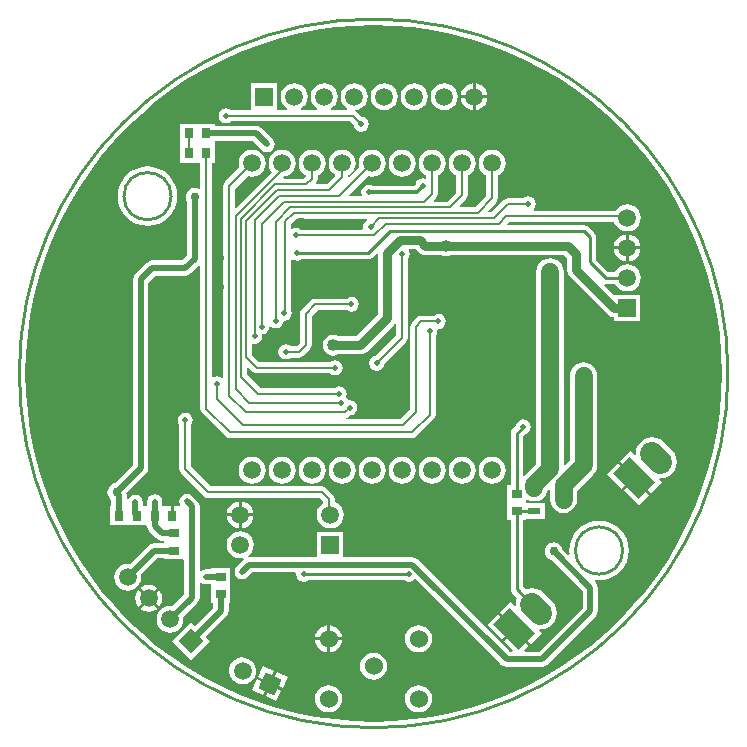
<source format=gbl>
%FSLAX25Y25*%
%MOIN*%
G70*
G01*
G75*
G04 Layer_Physical_Order=2*
G04 Layer_Color=16711680*
%ADD10R,0.03937X0.02362*%
%ADD11R,0.03347X0.02756*%
%ADD12R,0.02362X0.03937*%
%ADD13R,0.07874X0.07874*%
%ADD14R,0.02756X0.03347*%
%ADD15O,0.02500X0.05500*%
%ADD16R,0.02500X0.05500*%
%ADD17O,0.03543X0.01969*%
%ADD18R,0.03543X0.01969*%
%ADD19O,0.03543X0.01969*%
%ADD20R,0.04724X0.01969*%
%ADD21O,0.00984X0.04724*%
%ADD22O,0.04724X0.00984*%
%ADD23O,0.04724X0.01772*%
%ADD24O,0.01772X0.04724*%
%ADD25R,0.04724X0.01772*%
%ADD26C,0.06000*%
%ADD27C,0.01000*%
%ADD28C,0.00800*%
%ADD29C,0.05000*%
%ADD30C,0.03000*%
%ADD31C,0.01500*%
%ADD32C,0.02000*%
%ADD33C,0.01200*%
%ADD34C,0.05906*%
%ADD35R,0.05906X0.05906*%
%ADD36P,0.08352X4X200.0*%
%ADD37C,0.06000*%
G04:AMPARAMS|DCode=38|XSize=78.74mil|YSize=118.11mil|CornerRadius=0mil|HoleSize=0mil|Usage=FLASHONLY|Rotation=45.000|XOffset=0mil|YOffset=0mil|HoleType=Round|Shape=Rectangle|*
%AMROTATEDRECTD38*
4,1,4,0.01392,-0.06960,-0.06960,0.01392,-0.01392,0.06960,0.06960,-0.01392,0.01392,-0.06960,0.0*
%
%ADD38ROTATEDRECTD38*%

G04:AMPARAMS|DCode=39|XSize=78.74mil|YSize=118.11mil|CornerRadius=0mil|HoleSize=0mil|Usage=FLASHONLY|Rotation=45.000|XOffset=0mil|YOffset=0mil|HoleType=Round|Shape=Round|*
%AMOVALD39*
21,1,0.03937,0.07874,0.00000,0.00000,135.0*
1,1,0.07874,0.01392,-0.01392*
1,1,0.07874,-0.01392,0.01392*
%
%ADD39OVALD39*%

%ADD40R,0.05906X0.05906*%
%ADD41P,0.08352X4X180.0*%
%ADD42C,0.05000*%
%ADD43C,0.02000*%
%ADD44C,0.04000*%
%ADD45C,0.03000*%
G36*
X6510Y115923D02*
X13000Y115376D01*
X19448Y114465D01*
X25836Y113195D01*
X32142Y111568D01*
X38347Y109590D01*
X44432Y107268D01*
X50376Y104608D01*
X56163Y101619D01*
X61772Y98310D01*
X67187Y94691D01*
X72391Y90775D01*
X77367Y86573D01*
X82099Y82099D01*
X86573Y77367D01*
X90775Y72391D01*
X94691Y67187D01*
X98310Y61772D01*
X101619Y56163D01*
X104608Y50376D01*
X107268Y44432D01*
X109590Y38347D01*
X111568Y32142D01*
X113195Y25836D01*
X114465Y19448D01*
X115376Y13000D01*
X115923Y6510D01*
X116106Y0D01*
X115923Y-6510D01*
X115376Y-13000D01*
X114465Y-19448D01*
X113195Y-25836D01*
X111568Y-32142D01*
X109590Y-38347D01*
X107268Y-44432D01*
X104608Y-50376D01*
X101619Y-56163D01*
X98310Y-61772D01*
X94691Y-67187D01*
X90775Y-72391D01*
X86573Y-77367D01*
X82099Y-82099D01*
X77367Y-86573D01*
X72391Y-90775D01*
X67187Y-94691D01*
X61772Y-98310D01*
X56163Y-101619D01*
X50376Y-104608D01*
X44432Y-107268D01*
X38347Y-109590D01*
X32142Y-111568D01*
X25836Y-113195D01*
X19448Y-114465D01*
X13000Y-115376D01*
X6510Y-115923D01*
X0Y-116106D01*
X-6510Y-115923D01*
X-13000Y-115376D01*
X-19448Y-114465D01*
X-25836Y-113195D01*
X-32142Y-111568D01*
X-38347Y-109590D01*
X-44432Y-107268D01*
X-50376Y-104608D01*
X-56163Y-101619D01*
X-61772Y-98310D01*
X-67187Y-94691D01*
X-72391Y-90775D01*
X-77367Y-86573D01*
X-82099Y-82099D01*
X-86573Y-77367D01*
X-90775Y-72391D01*
X-94691Y-67187D01*
X-98310Y-61772D01*
X-101619Y-56163D01*
X-104608Y-50376D01*
X-107268Y-44432D01*
X-109590Y-38347D01*
X-111568Y-32142D01*
X-113195Y-25836D01*
X-114465Y-19448D01*
X-115376Y-13000D01*
X-115923Y-6510D01*
X-116106Y0D01*
X-115923Y6510D01*
X-115376Y13000D01*
X-114465Y19448D01*
X-113195Y25836D01*
X-111568Y32142D01*
X-109590Y38347D01*
X-107268Y44432D01*
X-104608Y50376D01*
X-101619Y56163D01*
X-98310Y61772D01*
X-94691Y67187D01*
X-90775Y72391D01*
X-86573Y77367D01*
X-82099Y82099D01*
X-77367Y86573D01*
X-72391Y90775D01*
X-67187Y94691D01*
X-61772Y98310D01*
X-56163Y101619D01*
X-50376Y104608D01*
X-44432Y107268D01*
X-38347Y109590D01*
X-32142Y111568D01*
X-25836Y113195D01*
X-19448Y114465D01*
X-13000Y115376D01*
X-6510Y115923D01*
X0Y116106D01*
X6510Y115923D01*
D02*
G37*
%LPC*%
G36*
X-71459Y-72182D02*
X-74235Y-74958D01*
X-71459Y-77733D01*
X-71053Y-77203D01*
X-70604Y-76120D01*
X-70451Y-74958D01*
X-70604Y-73795D01*
X-71053Y-72712D01*
X-71459Y-72182D01*
D02*
G37*
G36*
X-74942Y-70467D02*
X-76104Y-70620D01*
X-77188Y-71068D01*
X-77718Y-71475D01*
X-74942Y-74251D01*
X-72167Y-71475D01*
X-72697Y-71068D01*
X-73780Y-70620D01*
X-74942Y-70467D01*
D02*
G37*
G36*
X75126Y-49133D02*
X73190Y-49324D01*
X71329Y-49889D01*
X69614Y-50805D01*
X68110Y-52039D01*
X66876Y-53543D01*
X65959Y-55258D01*
X65395Y-57120D01*
X65204Y-59055D01*
X65333Y-60362D01*
X64881Y-60576D01*
X62945Y-58640D01*
X62929Y-58523D01*
X62627Y-57794D01*
X62146Y-57167D01*
X61520Y-56686D01*
X60790Y-56384D01*
X60007Y-56281D01*
X59224Y-56384D01*
X58494Y-56686D01*
X57867Y-57167D01*
X57386Y-57794D01*
X57084Y-58523D01*
X56981Y-59307D01*
X57084Y-60090D01*
X57386Y-60820D01*
X57867Y-61446D01*
X58494Y-61927D01*
X59224Y-62229D01*
X59340Y-62245D01*
X69651Y-72556D01*
Y-78144D01*
X55022Y-92773D01*
X50453D01*
X50262Y-92311D01*
X51783Y-90790D01*
X46900Y-85907D01*
X43409Y-89398D01*
X46322Y-92311D01*
X46131Y-92773D01*
X45420D01*
X14645Y-61998D01*
X13818Y-61445D01*
X12843Y-61251D01*
X-10047D01*
Y-52747D01*
X-18953D01*
Y-61251D01*
X-41500D01*
X-41723Y-61295D01*
X-41929Y-60840D01*
X-41324Y-60376D01*
X-40611Y-59446D01*
X-40162Y-58362D01*
X-40009Y-57200D01*
X-40162Y-56038D01*
X-40611Y-54954D01*
X-41324Y-54024D01*
X-42254Y-53311D01*
X-43338Y-52862D01*
X-44500Y-52709D01*
X-45662Y-52862D01*
X-46746Y-53311D01*
X-47676Y-54024D01*
X-48390Y-54954D01*
X-48838Y-56038D01*
X-48991Y-57200D01*
X-48838Y-58362D01*
X-48390Y-59446D01*
X-47676Y-60376D01*
X-46746Y-61089D01*
X-45662Y-61538D01*
X-44500Y-61691D01*
X-43587Y-61571D01*
X-43391Y-61865D01*
X-43318Y-62013D01*
X-45602Y-64298D01*
X-46155Y-65124D01*
X-46349Y-66100D01*
X-46155Y-67076D01*
X-45602Y-67902D01*
X-44776Y-68455D01*
X-43800Y-68649D01*
X-42825Y-68455D01*
X-41998Y-67902D01*
X-40444Y-66349D01*
X-26075D01*
X-25758Y-66736D01*
X-25801Y-66948D01*
X-25607Y-67924D01*
X-25054Y-68751D01*
X-24227Y-69303D01*
X-23252Y-69497D01*
X-22276Y-69303D01*
X-21731Y-68939D01*
X10252D01*
X10725Y-69255D01*
X11700Y-69449D01*
X12675Y-69255D01*
X13502Y-68702D01*
X13539Y-68648D01*
X14037Y-68599D01*
X42562Y-97124D01*
X43389Y-97677D01*
X44365Y-97871D01*
X56078D01*
X57054Y-97677D01*
X57880Y-97124D01*
X57880Y-97124D01*
X57880Y-97124D01*
X74002Y-81002D01*
X74555Y-80176D01*
X74749Y-79200D01*
X74749Y-79200D01*
X74749Y-79200D01*
Y-79200D01*
Y-71500D01*
X74555Y-70525D01*
X74002Y-69698D01*
X73605Y-69300D01*
X73819Y-68848D01*
X75126Y-68977D01*
X77062Y-68786D01*
X78923Y-68222D01*
X80638Y-67305D01*
X82142Y-66071D01*
X83376Y-64567D01*
X84293Y-62852D01*
X84857Y-60991D01*
X85048Y-59055D01*
X84857Y-57120D01*
X84293Y-55258D01*
X83376Y-53543D01*
X82142Y-52039D01*
X80638Y-50805D01*
X78923Y-49889D01*
X77062Y-49324D01*
X75126Y-49133D01*
D02*
G37*
G36*
X-14500Y-84027D02*
Y-88000D01*
X-10527D01*
X-10616Y-87325D01*
X-11069Y-86231D01*
X-11791Y-85291D01*
X-12731Y-84569D01*
X-13825Y-84116D01*
X-14500Y-84027D01*
D02*
G37*
G36*
X-74942Y-75665D02*
X-77718Y-78441D01*
X-77188Y-78847D01*
X-76104Y-79296D01*
X-74942Y-79449D01*
X-73780Y-79296D01*
X-72697Y-78847D01*
X-72167Y-78441D01*
X-74942Y-75665D01*
D02*
G37*
G36*
X-78425Y-72182D02*
X-78832Y-72712D01*
X-79280Y-73795D01*
X-79433Y-74958D01*
X-79280Y-76120D01*
X-78832Y-77203D01*
X-78425Y-77733D01*
X-75649Y-74958D01*
X-78425Y-72182D01*
D02*
G37*
G36*
X-62800Y-13151D02*
X-63775Y-13345D01*
X-64602Y-13898D01*
X-65155Y-14725D01*
X-65349Y-15700D01*
X-65155Y-16676D01*
X-64737Y-17301D01*
Y-31900D01*
X-64737Y-31900D01*
X-64737D01*
X-64590Y-32641D01*
X-64170Y-33270D01*
X-56470Y-40970D01*
X-56470D01*
X-56470Y-40970D01*
X-56470Y-40970D01*
Y-40970D01*
X-55841Y-41390D01*
X-55100Y-41537D01*
X-18002D01*
X-16790Y-42750D01*
Y-43345D01*
X-17676Y-44024D01*
X-18390Y-44954D01*
X-18838Y-46038D01*
X-18991Y-47200D01*
X-18838Y-48362D01*
X-18390Y-49446D01*
X-17676Y-50376D01*
X-16746Y-51090D01*
X-15662Y-51538D01*
X-14500Y-51691D01*
X-13338Y-51538D01*
X-12254Y-51090D01*
X-11324Y-50376D01*
X-10610Y-49446D01*
X-10162Y-48362D01*
X-10009Y-47200D01*
X-10162Y-46038D01*
X-10610Y-44954D01*
X-11324Y-44024D01*
X-12254Y-43310D01*
X-12916Y-43037D01*
Y-41947D01*
X-13063Y-41206D01*
X-13483Y-40577D01*
X-15830Y-38230D01*
X-16459Y-37810D01*
X-17200Y-37663D01*
X-54298D01*
X-60863Y-31098D01*
Y-17301D01*
X-60445Y-16676D01*
X-60251Y-15700D01*
X-60445Y-14725D01*
X-60998Y-13898D01*
X-61825Y-13345D01*
X-62800Y-13151D01*
D02*
G37*
G36*
X-44000Y-42775D02*
Y-46700D01*
X-40075D01*
X-40162Y-46038D01*
X-40611Y-44954D01*
X-41324Y-44024D01*
X-42254Y-43310D01*
X-43338Y-42862D01*
X-44000Y-42775D01*
D02*
G37*
G36*
X86900Y-35607D02*
X83409Y-39098D01*
X88292Y-43981D01*
X91783Y-40490D01*
X86900Y-35607D01*
D02*
G37*
G36*
X81310Y-30017D02*
X77819Y-33508D01*
X82702Y-38391D01*
X86193Y-34900D01*
X81310Y-30017D01*
D02*
G37*
G36*
X-45000Y-47700D02*
X-48925D01*
X-48838Y-48362D01*
X-48390Y-49446D01*
X-47676Y-50376D01*
X-46746Y-51090D01*
X-45662Y-51538D01*
X-45000Y-51625D01*
Y-47700D01*
D02*
G37*
G36*
X-40075D02*
X-44000D01*
Y-51625D01*
X-43338Y-51538D01*
X-42254Y-51090D01*
X-41324Y-50376D01*
X-40611Y-49446D01*
X-40162Y-48362D01*
X-40075Y-47700D01*
D02*
G37*
G36*
X-45000Y-42775D02*
X-45662Y-42862D01*
X-46746Y-43310D01*
X-47676Y-44024D01*
X-48390Y-44954D01*
X-48838Y-46038D01*
X-48925Y-46700D01*
X-45000D01*
Y-42775D01*
D02*
G37*
G36*
X-38847Y-101971D02*
X-40517Y-105554D01*
X-36935Y-107224D01*
X-35265Y-103642D01*
X-38847Y-101971D01*
D02*
G37*
G36*
X-32265Y-99576D02*
X-33935Y-103158D01*
X-30353Y-104829D01*
X-28683Y-101246D01*
X-32265Y-99576D01*
D02*
G37*
G36*
X-44054Y-94700D02*
X-45199Y-94954D01*
X-46239Y-95495D01*
X-47104Y-96287D01*
X-47733Y-97276D01*
X-48086Y-98394D01*
X-48137Y-99565D01*
X-47883Y-100710D01*
X-47342Y-101750D01*
X-46550Y-102614D01*
X-45561Y-103244D01*
X-44443Y-103597D01*
X-43272Y-103648D01*
X-42127Y-103394D01*
X-41087Y-102853D01*
X-40223Y-102061D01*
X-39593Y-101072D01*
X-39240Y-99954D01*
X-39189Y-98782D01*
X-39443Y-97638D01*
X-39984Y-96598D01*
X-40776Y-95733D01*
X-41765Y-95103D01*
X-42883Y-94751D01*
X-44054Y-94700D01*
D02*
G37*
G36*
X-15000Y-103961D02*
X-16175Y-104116D01*
X-17269Y-104569D01*
X-18209Y-105291D01*
X-18931Y-106231D01*
X-19384Y-107325D01*
X-19539Y-108500D01*
X-19384Y-109675D01*
X-18931Y-110769D01*
X-18209Y-111709D01*
X-17269Y-112431D01*
X-16175Y-112884D01*
X-15000Y-113039D01*
X-13825Y-112884D01*
X-12731Y-112431D01*
X-11791Y-111709D01*
X-11069Y-110769D01*
X-10616Y-109675D01*
X-10461Y-108500D01*
X-10616Y-107325D01*
X-11069Y-106231D01*
X-11791Y-105291D01*
X-12731Y-104569D01*
X-13825Y-104116D01*
X-15000Y-103961D01*
D02*
G37*
G36*
X15000D02*
X13825Y-104116D01*
X12731Y-104569D01*
X11791Y-105291D01*
X11069Y-106231D01*
X10616Y-107325D01*
X10461Y-108500D01*
X10616Y-109675D01*
X11069Y-110769D01*
X11791Y-111709D01*
X12731Y-112431D01*
X13825Y-112884D01*
X15000Y-113039D01*
X16175Y-112884D01*
X17269Y-112431D01*
X18210Y-111709D01*
X18931Y-110769D01*
X19384Y-109675D01*
X19539Y-108500D01*
X19384Y-107325D01*
X18931Y-106231D01*
X18210Y-105291D01*
X17269Y-104569D01*
X16175Y-104116D01*
X15000Y-103961D01*
D02*
G37*
G36*
X-34358Y-104065D02*
X-36029Y-107647D01*
X-32446Y-109317D01*
X-30776Y-105735D01*
X-34358Y-104065D01*
D02*
G37*
G36*
X-36754Y-97483D02*
X-38424Y-101065D01*
X-34842Y-102735D01*
X-33171Y-99153D01*
X-36754Y-97483D01*
D02*
G37*
G36*
X-10527Y-89000D02*
X-14500D01*
Y-92973D01*
X-13825Y-92884D01*
X-12731Y-92431D01*
X-11791Y-91709D01*
X-11069Y-90769D01*
X-10616Y-89675D01*
X-10527Y-89000D01*
D02*
G37*
G36*
X41310Y-80317D02*
X37819Y-83808D01*
X42702Y-88691D01*
X46193Y-85200D01*
X41310Y-80317D01*
D02*
G37*
G36*
X-15500Y-84027D02*
X-16175Y-84116D01*
X-17269Y-84569D01*
X-18209Y-85291D01*
X-18931Y-86231D01*
X-19384Y-87325D01*
X-19473Y-88000D01*
X-15500D01*
Y-84027D01*
D02*
G37*
G36*
X0Y-93061D02*
X-1175Y-93216D01*
X-2269Y-93669D01*
X-3209Y-94391D01*
X-3931Y-95331D01*
X-4384Y-96425D01*
X-4539Y-97600D01*
X-4384Y-98775D01*
X-3931Y-99869D01*
X-3209Y-100809D01*
X-2269Y-101531D01*
X-1175Y-101984D01*
X0Y-102139D01*
X1175Y-101984D01*
X2269Y-101531D01*
X3209Y-100809D01*
X3931Y-99869D01*
X4384Y-98775D01*
X4539Y-97600D01*
X4384Y-96425D01*
X3931Y-95331D01*
X3209Y-94391D01*
X2269Y-93669D01*
X1175Y-93216D01*
X0Y-93061D01*
D02*
G37*
G36*
X15000Y-83961D02*
X13825Y-84116D01*
X12731Y-84569D01*
X11791Y-85291D01*
X11069Y-86231D01*
X10616Y-87325D01*
X10461Y-88500D01*
X10616Y-89675D01*
X11069Y-90769D01*
X11791Y-91709D01*
X12731Y-92431D01*
X13825Y-92884D01*
X15000Y-93039D01*
X16175Y-92884D01*
X17269Y-92431D01*
X18210Y-91709D01*
X18931Y-90769D01*
X19384Y-89675D01*
X19539Y-88500D01*
X19384Y-87325D01*
X18931Y-86231D01*
X18210Y-85291D01*
X17269Y-84569D01*
X16175Y-84116D01*
X15000Y-83961D01*
D02*
G37*
G36*
X-15500Y-89000D02*
X-19473D01*
X-19384Y-89675D01*
X-18931Y-90769D01*
X-18209Y-91709D01*
X-17269Y-92431D01*
X-16175Y-92884D01*
X-15500Y-92973D01*
Y-89000D01*
D02*
G37*
G36*
X-40500Y-27771D02*
X-41662Y-27924D01*
X-42746Y-28373D01*
X-43676Y-29087D01*
X-44390Y-30017D01*
X-44838Y-31100D01*
X-44991Y-32262D01*
X-44838Y-33425D01*
X-44390Y-34508D01*
X-43676Y-35438D01*
X-42746Y-36152D01*
X-41662Y-36600D01*
X-40500Y-36753D01*
X-39338Y-36600D01*
X-38254Y-36152D01*
X-37324Y-35438D01*
X-36611Y-34508D01*
X-36162Y-33425D01*
X-36009Y-32262D01*
X-36162Y-31100D01*
X-36611Y-30017D01*
X-37324Y-29087D01*
X-38254Y-28373D01*
X-39338Y-27924D01*
X-40500Y-27771D01*
D02*
G37*
G36*
X9500Y74591D02*
X8338Y74438D01*
X7254Y73989D01*
X6324Y73276D01*
X5610Y72346D01*
X5162Y71262D01*
X5009Y70100D01*
X5162Y68938D01*
X5610Y67854D01*
X6324Y66924D01*
X7254Y66211D01*
X8338Y65762D01*
X9500Y65609D01*
X10662Y65762D01*
X11746Y66211D01*
X12676Y66924D01*
X13389Y67854D01*
X13838Y68938D01*
X13991Y70100D01*
X13838Y71262D01*
X13389Y72346D01*
X12676Y73276D01*
X11746Y73989D01*
X10662Y74438D01*
X9500Y74591D01*
D02*
G37*
G36*
X-58474Y83273D02*
Y83273D01*
X-58678Y83273D01*
X-58753D01*
X-58828D01*
X-59031Y83273D01*
X-59031Y83273D01*
Y83273D01*
X-64583D01*
Y76927D01*
X-64578D01*
Y76573D01*
X-64578D01*
Y70227D01*
X-58822D01*
X-58822Y70227D01*
Y70227D01*
X-58822D01*
X-58672D01*
X-58469Y70227D01*
X-58469Y70227D01*
Y70227D01*
X-57732D01*
Y61667D01*
X-58148Y61389D01*
X-58857Y61683D01*
X-59640Y61786D01*
X-60423Y61683D01*
X-61153Y61381D01*
X-61779Y60900D01*
X-62260Y60273D01*
X-62563Y59543D01*
X-62666Y58760D01*
X-62563Y57977D01*
X-62260Y57247D01*
X-62189Y57154D01*
Y39316D01*
X-63856Y37649D01*
X-73800D01*
X-74775Y37455D01*
X-75602Y36902D01*
X-79402Y33102D01*
X-79955Y32276D01*
X-80149Y31300D01*
Y-30444D01*
X-86372Y-36667D01*
X-86489Y-36683D01*
X-87218Y-36985D01*
X-87845Y-37466D01*
X-88326Y-38093D01*
X-88628Y-38822D01*
X-88731Y-39606D01*
X-88628Y-40389D01*
X-88326Y-41118D01*
X-87845Y-41745D01*
X-87454Y-42045D01*
Y-44227D01*
X-87783D01*
Y-50573D01*
X-82028D01*
X-82028Y-50573D01*
Y-50573D01*
X-82028D01*
X-81878D01*
X-81674Y-50573D01*
X-81674Y-50573D01*
Y-50573D01*
X-76122D01*
X-76122Y-50573D01*
Y-50573D01*
X-76122D01*
X-75884D01*
X-75769Y-50573D01*
Y-50573D01*
X-75555Y-50795D01*
X-75361Y-51770D01*
X-74808Y-52597D01*
X-72408Y-54997D01*
X-71581Y-55549D01*
X-70605Y-55743D01*
X-69773D01*
D01*
Y-55869D01*
Y-55869D01*
D01*
Y-56072D01*
Y-56072D01*
Y-56222D01*
X-69773D01*
X-69773Y-56551D01*
X-73226D01*
X-74202Y-56745D01*
X-75029Y-57298D01*
X-81230Y-63499D01*
X-82013Y-63396D01*
X-83176Y-63549D01*
X-84259Y-63997D01*
X-85189Y-64711D01*
X-85903Y-65641D01*
X-86351Y-66724D01*
X-86504Y-67887D01*
X-86351Y-69049D01*
X-85903Y-70132D01*
X-85189Y-71062D01*
X-84259Y-71776D01*
X-83176Y-72225D01*
X-82013Y-72378D01*
X-80851Y-72225D01*
X-79768Y-71776D01*
X-78838Y-71062D01*
X-78124Y-70132D01*
X-77675Y-69049D01*
X-77522Y-67887D01*
X-77625Y-67103D01*
X-72171Y-61649D01*
X-69773D01*
Y-61978D01*
X-63474D01*
X-63120Y-62331D01*
Y-73673D01*
X-67088Y-77641D01*
X-67871Y-77538D01*
X-69033Y-77691D01*
X-70117Y-78140D01*
X-71047Y-78853D01*
X-71760Y-79783D01*
X-72209Y-80866D01*
X-72362Y-82029D01*
X-72209Y-83191D01*
X-71760Y-84275D01*
X-71047Y-85205D01*
X-70117Y-85918D01*
X-69033Y-86367D01*
X-67871Y-86520D01*
X-66709Y-86367D01*
X-65626Y-85918D01*
X-64695Y-85205D01*
X-63982Y-84275D01*
X-63533Y-83191D01*
X-63380Y-82029D01*
X-63483Y-81246D01*
X-58769Y-76531D01*
X-58216Y-75704D01*
X-58022Y-74729D01*
X-58022Y-74729D01*
X-58022Y-74729D01*
Y-74729D01*
Y-69986D01*
X-57581Y-69750D01*
X-56976Y-70155D01*
X-56000Y-70349D01*
X-55972Y-70344D01*
X-54073D01*
D01*
Y-70468D01*
Y-70468D01*
D01*
Y-70673D01*
Y-70672D01*
Y-70822D01*
D01*
D01*
D01*
X-54073D01*
D01*
Y-76578D01*
X-53449D01*
Y-78144D01*
X-59454Y-84149D01*
X-60800Y-82803D01*
X-67097Y-89100D01*
X-60800Y-95397D01*
X-54503Y-89100D01*
X-55849Y-87754D01*
X-49098Y-81002D01*
X-48545Y-80176D01*
X-48351Y-79200D01*
X-48351Y-79200D01*
X-48351Y-79200D01*
Y-79200D01*
Y-76578D01*
X-47727D01*
Y-71026D01*
X-47727Y-71026D01*
D01*
D01*
X-47727Y-70822D01*
Y-70806D01*
Y-70747D01*
X-47727Y-70672D01*
X-47727Y-70468D01*
X-47727Y-70468D01*
X-47727D01*
Y-64916D01*
X-54073D01*
Y-65245D01*
X-55994D01*
X-56970Y-65439D01*
X-57581Y-65848D01*
X-58022Y-65612D01*
Y-44329D01*
X-58216Y-43354D01*
X-58769Y-42527D01*
X-60398Y-40898D01*
X-61225Y-40345D01*
X-62200Y-40151D01*
X-63175Y-40345D01*
X-64002Y-40898D01*
X-64555Y-41725D01*
X-64749Y-42700D01*
X-64555Y-43676D01*
X-64481Y-43786D01*
X-64717Y-44227D01*
X-66600D01*
Y-47401D01*
X-67600D01*
Y-44227D01*
X-69978D01*
D01*
D01*
X-69978Y-44227D01*
X-70128D01*
D01*
X-70456Y-44227D01*
Y-42805D01*
X-70651Y-41830D01*
X-71203Y-41003D01*
X-72030Y-40451D01*
X-73005Y-40257D01*
X-73981Y-40451D01*
X-74808Y-41003D01*
X-75361Y-41830D01*
X-75555Y-42805D01*
Y-44227D01*
X-75769Y-44227D01*
X-75769D01*
D01*
X-75884D01*
X-75884D01*
X-76003D01*
X-76122D01*
X-76237Y-44227D01*
X-76237Y-44227D01*
Y-44227D01*
X-76851D01*
Y-43000D01*
X-77045Y-42024D01*
X-77598Y-41198D01*
X-78425Y-40645D01*
X-79400Y-40451D01*
X-80375Y-40645D01*
X-81202Y-41198D01*
X-81755Y-42024D01*
X-81859Y-42547D01*
X-82357Y-42498D01*
Y-40405D01*
X-82447Y-39952D01*
X-75798Y-33302D01*
X-75245Y-32476D01*
X-75051Y-31500D01*
X-75051Y-31500D01*
X-75051Y-31500D01*
Y-31500D01*
Y30244D01*
X-72744Y32551D01*
X-62800D01*
X-61825Y32745D01*
X-60998Y33298D01*
X-58194Y36101D01*
X-57732Y35910D01*
Y-11806D01*
X-57732Y-11806D01*
X-57732D01*
X-57584Y-12547D01*
X-57164Y-13175D01*
X-49370Y-20970D01*
X-48741Y-21390D01*
X-48000Y-21537D01*
X12900D01*
X13641Y-21390D01*
X14270Y-20970D01*
X20070Y-15170D01*
X20490Y-14541D01*
X20637Y-13800D01*
X20637Y-13800D01*
X20637Y-13800D01*
Y-13800D01*
Y12599D01*
X21055Y13225D01*
X21249Y14200D01*
X21208Y14405D01*
X21562Y14759D01*
X21600Y14751D01*
X22576Y14945D01*
X23402Y15498D01*
X23955Y16325D01*
X24149Y17300D01*
X23955Y18275D01*
X23402Y19102D01*
X22576Y19655D01*
X21600Y19849D01*
X20625Y19655D01*
X19999Y19237D01*
X15900D01*
X15159Y19090D01*
X14530Y18670D01*
X12730Y16870D01*
X12310Y16241D01*
X12163Y15500D01*
Y-12098D01*
X8898Y-15363D01*
X-9189D01*
X-9238Y-14865D01*
X-8859Y-14790D01*
X-8230Y-14370D01*
X-7762Y-13902D01*
X-7025Y-13755D01*
X-6198Y-13202D01*
X-5645Y-12375D01*
X-5451Y-11400D01*
X-5645Y-10425D01*
X-6198Y-9598D01*
X-7025Y-9045D01*
X-8000Y-8851D01*
X-8387Y-8928D01*
X-8388Y-8924D01*
X-8940Y-8098D01*
X-9115Y-7981D01*
X-9045Y-7875D01*
X-8851Y-6900D01*
X-9045Y-5925D01*
X-9598Y-5098D01*
X-10425Y-4545D01*
X-11400Y-4351D01*
X-12375Y-4545D01*
X-13001Y-4963D01*
X-37698D01*
X-42263Y-398D01*
Y1870D01*
X-41801Y2061D01*
X-40270Y530D01*
X-39641Y110D01*
X-38900Y-37D01*
X-14501D01*
X-13875Y-455D01*
X-12900Y-649D01*
X-11925Y-455D01*
X-11098Y98D01*
X-10545Y924D01*
X-10351Y1900D01*
X-10545Y2875D01*
X-11098Y3702D01*
X-11925Y4255D01*
X-12900Y4449D01*
X-13875Y4255D01*
X-14501Y3837D01*
X-38098D01*
X-40463Y6202D01*
Y9729D01*
X-40076Y10046D01*
X-39600Y9951D01*
X-38625Y10145D01*
X-37798Y10698D01*
X-37245Y11525D01*
X-37051Y12500D01*
X-37166Y13078D01*
X-36325Y13245D01*
X-35498Y13798D01*
X-34945Y14625D01*
X-34751Y15598D01*
X-34290Y15789D01*
X-33476Y15245D01*
X-32500Y15051D01*
X-31525Y15245D01*
X-30698Y15798D01*
X-30145Y16624D01*
X-30008Y17312D01*
X-29800Y17451D01*
X-29800Y17451D01*
Y17451D01*
X-28824Y17645D01*
X-27998Y18198D01*
X-27445Y19025D01*
X-27251Y20000D01*
X-27445Y20976D01*
X-27563Y21152D01*
Y37908D01*
X-27122Y38144D01*
X-26375Y37645D01*
X-25400Y37451D01*
X-24424Y37645D01*
X-23952Y37961D01*
X-1900D01*
X-1120Y38116D01*
X-458Y38558D01*
X1112Y40128D01*
X1574Y39937D01*
Y38700D01*
Y19653D01*
X-5653Y12426D01*
X-11694D01*
X-11735Y12457D01*
X-12586Y12810D01*
X-13500Y12930D01*
X-14414Y12810D01*
X-15265Y12457D01*
X-15996Y11896D01*
X-16557Y11165D01*
X-16910Y10314D01*
X-17030Y9400D01*
X-16910Y8486D01*
X-16557Y7635D01*
X-15996Y6904D01*
X-15265Y6343D01*
X-14414Y5990D01*
X-13500Y5870D01*
X-12586Y5990D01*
X-11735Y6343D01*
X-11694Y6374D01*
X-4400D01*
X-3617Y6477D01*
X-3101Y6691D01*
X-2887Y6780D01*
X-2260Y7260D01*
X6740Y16260D01*
X7089Y16716D01*
X7563Y16555D01*
Y12702D01*
X762Y5902D01*
X25Y5755D01*
X-802Y5202D01*
X-1355Y4375D01*
X-1549Y3400D01*
X-1355Y2424D01*
X-802Y1598D01*
X25Y1045D01*
X1000Y851D01*
X1976Y1045D01*
X2802Y1598D01*
X3355Y2424D01*
X3502Y3162D01*
X10870Y10530D01*
X11290Y11159D01*
X11437Y11900D01*
X11437Y11900D01*
X11437Y11900D01*
Y11900D01*
Y38099D01*
X11855Y38724D01*
X12049Y39700D01*
X11855Y40676D01*
X11683Y40933D01*
X11918Y41374D01*
X14047D01*
X15066Y40355D01*
X15693Y39874D01*
X16422Y39572D01*
X16814Y39520D01*
X17206Y39469D01*
X17206Y39469D01*
X22294D01*
X22335Y39437D01*
X23186Y39085D01*
X24100Y38964D01*
X25014Y39085D01*
X25865Y39437D01*
X25906Y39469D01*
X63552D01*
X64574Y38447D01*
Y34300D01*
X64677Y33517D01*
X64891Y33001D01*
X64979Y32787D01*
X65460Y32160D01*
X77960Y19660D01*
X78587Y19180D01*
X79317Y18877D01*
X80047Y18781D01*
Y17347D01*
X88953D01*
Y26253D01*
X80047D01*
X80047Y26253D01*
Y26253D01*
X79962Y26217D01*
X76784Y29396D01*
X77019Y29836D01*
X77400Y29761D01*
X80525D01*
X80611Y29554D01*
X81324Y28624D01*
X82254Y27911D01*
X83338Y27462D01*
X84500Y27309D01*
X85662Y27462D01*
X86746Y27911D01*
X87676Y28624D01*
X88389Y29554D01*
X88838Y30638D01*
X88991Y31800D01*
X88838Y32962D01*
X88389Y34046D01*
X87676Y34976D01*
X86746Y35689D01*
X85662Y36138D01*
X84500Y36291D01*
X83338Y36138D01*
X82254Y35689D01*
X81324Y34976D01*
X80611Y34046D01*
X80525Y33839D01*
X78245D01*
X74139Y37945D01*
Y45500D01*
X74139Y45500D01*
X73984Y46280D01*
X73542Y46942D01*
X71642Y48842D01*
X70980Y49284D01*
X70200Y49439D01*
X44732D01*
X44541Y49901D01*
X45008Y50368D01*
X80273D01*
X80611Y49554D01*
X81324Y48624D01*
X82254Y47910D01*
X83338Y47462D01*
X84500Y47309D01*
X85662Y47462D01*
X86746Y47910D01*
X87676Y48624D01*
X88389Y49554D01*
X88838Y50638D01*
X88991Y51800D01*
X88838Y52962D01*
X88389Y54046D01*
X87676Y54976D01*
X86746Y55690D01*
X85662Y56138D01*
X84500Y56291D01*
X83338Y56138D01*
X82254Y55690D01*
X81324Y54976D01*
X80762Y54243D01*
X53440D01*
X53302Y54698D01*
X53855Y55524D01*
X54049Y56500D01*
X53855Y57476D01*
X53302Y58302D01*
X52476Y58855D01*
X51500Y59049D01*
X50524Y58855D01*
X49899Y58437D01*
X44800D01*
X44059Y58290D01*
X43430Y57870D01*
X39198Y53637D01*
X38230D01*
X38039Y54099D01*
X40870Y56930D01*
X41290Y57559D01*
X41437Y58300D01*
X41437Y58300D01*
X41437Y58300D01*
Y58300D01*
Y66083D01*
X41746Y66211D01*
X42676Y66924D01*
X43389Y67854D01*
X43838Y68938D01*
X43991Y70100D01*
X43838Y71262D01*
X43389Y72346D01*
X42676Y73276D01*
X41746Y73989D01*
X40662Y74438D01*
X39500Y74591D01*
X38338Y74438D01*
X37254Y73989D01*
X36324Y73276D01*
X35610Y72346D01*
X35162Y71262D01*
X35009Y70100D01*
X35162Y68938D01*
X35610Y67854D01*
X36324Y66924D01*
X37254Y66211D01*
X37563Y66083D01*
Y59102D01*
X33898Y55437D01*
X28930D01*
X28739Y55899D01*
X30870Y58030D01*
X31290Y58659D01*
X31437Y59400D01*
X31437Y59400D01*
X31437Y59400D01*
Y59400D01*
Y66083D01*
X31746Y66211D01*
X32676Y66924D01*
X33389Y67854D01*
X33838Y68938D01*
X33991Y70100D01*
X33838Y71262D01*
X33389Y72346D01*
X32676Y73276D01*
X31746Y73989D01*
X30662Y74438D01*
X29500Y74591D01*
X28338Y74438D01*
X27254Y73989D01*
X26324Y73276D01*
X25611Y72346D01*
X25162Y71262D01*
X25009Y70100D01*
X25162Y68938D01*
X25611Y67854D01*
X26324Y66924D01*
X27254Y66211D01*
X27563Y66083D01*
Y60202D01*
X24598Y57237D01*
X20230D01*
X20039Y57699D01*
X20870Y58530D01*
X21290Y59159D01*
X21437Y59900D01*
Y66083D01*
X21746Y66211D01*
X22676Y66924D01*
X23389Y67854D01*
X23838Y68938D01*
X23991Y70100D01*
X23838Y71262D01*
X23389Y72346D01*
X22676Y73276D01*
X21746Y73989D01*
X20662Y74438D01*
X19500Y74591D01*
X18338Y74438D01*
X17254Y73989D01*
X16324Y73276D01*
X15610Y72346D01*
X15162Y71262D01*
X15009Y70100D01*
X15162Y68938D01*
X15610Y67854D01*
X16324Y66924D01*
X17254Y66211D01*
X17563Y66083D01*
Y65212D01*
X17176Y64895D01*
X16400Y65049D01*
X15425Y64855D01*
X14598Y64302D01*
X14045Y63476D01*
X13970Y63098D01*
X13413Y62541D01*
X-205D01*
X-525Y62755D01*
X-1500Y62949D01*
X-2475Y62755D01*
X-3302Y62202D01*
X-3855Y61375D01*
X-4049Y60400D01*
X-3875Y59524D01*
X-4192Y59137D01*
X-8070D01*
X-8261Y59599D01*
X-1971Y65890D01*
X-1662Y65762D01*
X-500Y65609D01*
X662Y65762D01*
X1746Y66211D01*
X2676Y66924D01*
X3390Y67854D01*
X3838Y68938D01*
X3991Y70100D01*
X3838Y71262D01*
X3390Y72346D01*
X2676Y73276D01*
X1746Y73989D01*
X662Y74438D01*
X-500Y74591D01*
X-1662Y74438D01*
X-2746Y73989D01*
X-3676Y73276D01*
X-4389Y72346D01*
X-4838Y71262D01*
X-4991Y70100D01*
X-4838Y68938D01*
X-4710Y68629D01*
X-8133Y65206D01*
X-8574Y65442D01*
X-8563Y65500D01*
X-8563Y65500D01*
X-8563Y65500D01*
Y65500D01*
Y66083D01*
X-8254Y66211D01*
X-7324Y66924D01*
X-6611Y67854D01*
X-6162Y68938D01*
X-6009Y70100D01*
X-6162Y71262D01*
X-6611Y72346D01*
X-7324Y73276D01*
X-8254Y73989D01*
X-9338Y74438D01*
X-10500Y74591D01*
X-11662Y74438D01*
X-12746Y73989D01*
X-13676Y73276D01*
X-14390Y72346D01*
X-14838Y71262D01*
X-14991Y70100D01*
X-14838Y68938D01*
X-14390Y67854D01*
X-13676Y66924D01*
X-12924Y66347D01*
X-12891Y65848D01*
X-15702Y63037D01*
X-18970D01*
X-19161Y63499D01*
X-19130Y63530D01*
X-18710Y64159D01*
X-18563Y64900D01*
Y66083D01*
X-18254Y66211D01*
X-17324Y66924D01*
X-16611Y67854D01*
X-16162Y68938D01*
X-16009Y70100D01*
X-16162Y71262D01*
X-16611Y72346D01*
X-17324Y73276D01*
X-18254Y73989D01*
X-19338Y74438D01*
X-20500Y74591D01*
X-21662Y74438D01*
X-22746Y73989D01*
X-23676Y73276D01*
X-24389Y72346D01*
X-24838Y71262D01*
X-24991Y70100D01*
X-24838Y68938D01*
X-24389Y67854D01*
X-23676Y66924D01*
X-22746Y66211D01*
X-22584Y66144D01*
X-22486Y65653D01*
X-23202Y64937D01*
X-30015D01*
X-30207Y65399D01*
X-29921Y65685D01*
X-29338Y65762D01*
X-28254Y66211D01*
X-27324Y66924D01*
X-26611Y67854D01*
X-26162Y68938D01*
X-26009Y70100D01*
X-26162Y71262D01*
X-26611Y72346D01*
X-27324Y73276D01*
X-28254Y73989D01*
X-29338Y74438D01*
X-30500Y74591D01*
X-31662Y74438D01*
X-32746Y73989D01*
X-33676Y73276D01*
X-34389Y72346D01*
X-34838Y71262D01*
X-34991Y70100D01*
X-34838Y68938D01*
X-34389Y67854D01*
X-33886Y67199D01*
X-45801Y55284D01*
X-46263Y55476D01*
Y61598D01*
X-41971Y65890D01*
X-41662Y65762D01*
X-40500Y65609D01*
X-39338Y65762D01*
X-38254Y66211D01*
X-37324Y66924D01*
X-36611Y67854D01*
X-36162Y68938D01*
X-36009Y70100D01*
X-36162Y71262D01*
X-36611Y72346D01*
X-37324Y73276D01*
X-38254Y73989D01*
X-39338Y74438D01*
X-40500Y74591D01*
X-41662Y74438D01*
X-42746Y73989D01*
X-43676Y73276D01*
X-44390Y72346D01*
X-44838Y71262D01*
X-44991Y70100D01*
X-44838Y68938D01*
X-44710Y68629D01*
X-49570Y63770D01*
X-49990Y63141D01*
X-50137Y62400D01*
Y-1241D01*
X-50578Y-1477D01*
X-51224Y-1045D01*
X-52200Y-851D01*
X-53175Y-1045D01*
X-53416Y-1206D01*
X-53857Y-970D01*
Y70227D01*
X-52917D01*
Y76573D01*
X-52917Y76573D01*
X-52917D01*
X-52922Y76927D01*
D01*
X-52922Y76927D01*
D01*
D01*
X-52922Y77351D01*
X-52800Y77451D01*
X-40256D01*
X-37302Y74498D01*
X-36476Y73945D01*
X-35500Y73751D01*
X-34525Y73945D01*
X-33698Y74498D01*
X-33145Y75324D01*
X-32951Y76300D01*
X-33145Y77276D01*
X-33698Y78102D01*
X-37398Y81802D01*
X-38225Y82355D01*
X-39200Y82549D01*
X-52397D01*
X-52900Y82649D01*
X-52922D01*
Y83273D01*
X-58474D01*
X-58474Y83273D01*
D02*
G37*
G36*
X3500Y96691D02*
X2338Y96538D01*
X1254Y96090D01*
X324Y95376D01*
X-390Y94446D01*
X-838Y93362D01*
X-991Y92200D01*
X-838Y91038D01*
X-390Y89954D01*
X324Y89024D01*
X1254Y88310D01*
X2338Y87862D01*
X3500Y87709D01*
X4662Y87862D01*
X5746Y88310D01*
X6676Y89024D01*
X7389Y89954D01*
X7838Y91038D01*
X7991Y92200D01*
X7838Y93362D01*
X7389Y94446D01*
X6676Y95376D01*
X5746Y96090D01*
X4662Y96538D01*
X3500Y96691D01*
D02*
G37*
G36*
X84000Y46225D02*
X83338Y46138D01*
X82254Y45689D01*
X81324Y44976D01*
X80611Y44046D01*
X80162Y42962D01*
X80075Y42300D01*
X84000D01*
Y46225D01*
D02*
G37*
G36*
X85000D02*
Y42300D01*
X88925D01*
X88838Y42962D01*
X88389Y44046D01*
X87676Y44976D01*
X86746Y45689D01*
X85662Y46138D01*
X85000Y46225D01*
D02*
G37*
G36*
X-75374Y68977D02*
X-77310Y68786D01*
X-79171Y68222D01*
X-80886Y67305D01*
X-82390Y66071D01*
X-83624Y64567D01*
X-84541Y62852D01*
X-85105Y60991D01*
X-85296Y59055D01*
X-85105Y57120D01*
X-84541Y55258D01*
X-83624Y53543D01*
X-82390Y52039D01*
X-80886Y50805D01*
X-79171Y49889D01*
X-77310Y49324D01*
X-75374Y49133D01*
X-73438Y49324D01*
X-71577Y49889D01*
X-69862Y50805D01*
X-68358Y52039D01*
X-67124Y53543D01*
X-66207Y55258D01*
X-65643Y57120D01*
X-65452Y59055D01*
X-65643Y60991D01*
X-66207Y62852D01*
X-67124Y64567D01*
X-68358Y66071D01*
X-69862Y67305D01*
X-71577Y68222D01*
X-73438Y68786D01*
X-75374Y68977D01*
D02*
G37*
G36*
X13500Y96691D02*
X12338Y96538D01*
X11254Y96090D01*
X10324Y95376D01*
X9611Y94446D01*
X9162Y93362D01*
X9009Y92200D01*
X9162Y91038D01*
X9611Y89954D01*
X10324Y89024D01*
X11254Y88310D01*
X12338Y87862D01*
X13500Y87709D01*
X14662Y87862D01*
X15746Y88310D01*
X16676Y89024D01*
X17390Y89954D01*
X17838Y91038D01*
X17991Y92200D01*
X17838Y93362D01*
X17390Y94446D01*
X16676Y95376D01*
X15746Y96090D01*
X14662Y96538D01*
X13500Y96691D01*
D02*
G37*
G36*
X-6500D02*
X-7662Y96538D01*
X-8746Y96090D01*
X-9676Y95376D01*
X-10390Y94446D01*
X-10838Y93362D01*
X-10991Y92200D01*
X-10838Y91038D01*
X-10390Y89954D01*
X-9676Y89024D01*
X-8746Y88310D01*
X-8746Y88310D01*
D01*
X-8746Y88310D01*
X-8942Y87837D01*
X-14058D01*
X-14254Y88310D01*
X-14254Y88310D01*
X-14254Y88310D01*
X-14254Y88310D01*
X-13324Y89024D01*
X-12610Y89954D01*
X-12162Y91038D01*
X-12009Y92200D01*
X-12162Y93362D01*
X-12610Y94446D01*
X-13324Y95376D01*
X-14254Y96090D01*
X-15338Y96538D01*
X-16500Y96691D01*
X-17662Y96538D01*
X-18746Y96090D01*
X-19676Y95376D01*
X-20390Y94446D01*
X-20838Y93362D01*
X-20991Y92200D01*
X-20838Y91038D01*
X-20390Y89954D01*
X-19676Y89024D01*
X-18746Y88310D01*
X-18746Y88310D01*
D01*
X-18746Y88310D01*
X-18942Y87837D01*
X-24058D01*
X-24254Y88310D01*
X-24254Y88310D01*
X-24254Y88310D01*
X-24254Y88310D01*
X-23324Y89024D01*
X-22611Y89954D01*
X-22162Y91038D01*
X-22009Y92200D01*
X-22162Y93362D01*
X-22611Y94446D01*
X-23324Y95376D01*
X-24254Y96090D01*
X-25338Y96538D01*
X-26500Y96691D01*
X-27662Y96538D01*
X-28746Y96090D01*
X-29676Y95376D01*
X-30389Y94446D01*
X-30838Y93362D01*
X-30991Y92200D01*
X-30838Y91038D01*
X-30389Y89954D01*
X-29676Y89024D01*
X-28746Y88310D01*
X-28746Y88310D01*
D01*
X-28746Y88310D01*
X-28942Y87837D01*
X-32047D01*
Y96653D01*
X-40953D01*
Y87837D01*
X-47499D01*
X-48125Y88255D01*
X-49100Y88449D01*
X-50076Y88255D01*
X-50902Y87702D01*
X-51455Y86875D01*
X-51649Y85900D01*
X-51455Y84925D01*
X-50902Y84098D01*
X-50076Y83545D01*
X-49100Y83351D01*
X-48125Y83545D01*
X-47499Y83963D01*
X-7802D01*
X-6602Y82762D01*
X-6455Y82025D01*
X-5902Y81198D01*
X-5076Y80645D01*
X-4100Y80451D01*
X-3125Y80645D01*
X-2298Y81198D01*
X-1745Y82025D01*
X-1551Y83000D01*
X-1745Y83975D01*
X-2298Y84802D01*
X-3125Y85355D01*
X-3862Y85502D01*
X-5630Y87270D01*
X-6259Y87690D01*
X-5338Y87862D01*
X-5338D01*
X-4254Y88310D01*
X-3324Y89024D01*
X-2610Y89954D01*
X-2162Y91038D01*
X-2009Y92200D01*
X-2162Y93362D01*
X-2610Y94446D01*
X-3324Y95376D01*
X-4254Y96090D01*
X-5338Y96538D01*
X-6500Y96691D01*
D02*
G37*
G36*
X33000Y96625D02*
X32338Y96538D01*
X31254Y96090D01*
X30324Y95376D01*
X29610Y94446D01*
X29162Y93362D01*
X29075Y92700D01*
X33000D01*
Y96625D01*
D02*
G37*
G36*
X34000D02*
Y92700D01*
X37925D01*
X37838Y93362D01*
X37389Y94446D01*
X36676Y95376D01*
X35746Y96090D01*
X34662Y96538D01*
X34000Y96625D01*
D02*
G37*
G36*
X23500Y96691D02*
X22338Y96538D01*
X21254Y96090D01*
X20324Y95376D01*
X19611Y94446D01*
X19162Y93362D01*
X19009Y92200D01*
X19162Y91038D01*
X19611Y89954D01*
X20324Y89024D01*
X21254Y88310D01*
X22338Y87862D01*
X23500Y87709D01*
X24662Y87862D01*
X25746Y88310D01*
X26676Y89024D01*
X27389Y89954D01*
X27838Y91038D01*
X27991Y92200D01*
X27838Y93362D01*
X27389Y94446D01*
X26676Y95376D01*
X25746Y96090D01*
X24662Y96538D01*
X23500Y96691D01*
D02*
G37*
G36*
X33000Y91700D02*
X29075D01*
X29162Y91038D01*
X29610Y89954D01*
X30324Y89024D01*
X31254Y88310D01*
X32338Y87862D01*
X33000Y87775D01*
Y91700D01*
D02*
G37*
G36*
X37925D02*
X34000D01*
Y87775D01*
X34662Y87862D01*
X35746Y88310D01*
X36676Y89024D01*
X37389Y89954D01*
X37838Y91038D01*
X37925Y91700D01*
D02*
G37*
G36*
X9500Y-27771D02*
X8338Y-27924D01*
X7254Y-28373D01*
X6324Y-29087D01*
X5610Y-30017D01*
X5162Y-31100D01*
X5009Y-32262D01*
X5162Y-33425D01*
X5610Y-34508D01*
X6324Y-35438D01*
X7254Y-36152D01*
X8338Y-36600D01*
X9500Y-36753D01*
X10662Y-36600D01*
X11746Y-36152D01*
X12676Y-35438D01*
X13389Y-34508D01*
X13838Y-33425D01*
X13991Y-32262D01*
X13838Y-31100D01*
X13389Y-30017D01*
X12676Y-29087D01*
X11746Y-28373D01*
X10662Y-27924D01*
X9500Y-27771D01*
D02*
G37*
G36*
X19500D02*
X18338Y-27924D01*
X17254Y-28373D01*
X16324Y-29087D01*
X15610Y-30017D01*
X15162Y-31100D01*
X15009Y-32262D01*
X15162Y-33425D01*
X15610Y-34508D01*
X16324Y-35438D01*
X17254Y-36152D01*
X18338Y-36600D01*
X19500Y-36753D01*
X20662Y-36600D01*
X21746Y-36152D01*
X22676Y-35438D01*
X23389Y-34508D01*
X23838Y-33425D01*
X23991Y-32262D01*
X23838Y-31100D01*
X23389Y-30017D01*
X22676Y-29087D01*
X21746Y-28373D01*
X20662Y-27924D01*
X19500Y-27771D01*
D02*
G37*
G36*
X29500D02*
X28338Y-27924D01*
X27254Y-28373D01*
X26324Y-29087D01*
X25611Y-30017D01*
X25162Y-31100D01*
X25009Y-32262D01*
X25162Y-33425D01*
X25611Y-34508D01*
X26324Y-35438D01*
X27254Y-36152D01*
X28338Y-36600D01*
X29500Y-36753D01*
X30662Y-36600D01*
X31746Y-36152D01*
X32676Y-35438D01*
X33389Y-34508D01*
X33838Y-33425D01*
X33991Y-32262D01*
X33838Y-31100D01*
X33389Y-30017D01*
X32676Y-29087D01*
X31746Y-28373D01*
X30662Y-27924D01*
X29500Y-27771D01*
D02*
G37*
G36*
X-500D02*
X-1662Y-27924D01*
X-2746Y-28373D01*
X-3676Y-29087D01*
X-4389Y-30017D01*
X-4838Y-31100D01*
X-4991Y-32262D01*
X-4838Y-33425D01*
X-4389Y-34508D01*
X-3676Y-35438D01*
X-2746Y-36152D01*
X-1662Y-36600D01*
X-500Y-36753D01*
X662Y-36600D01*
X1746Y-36152D01*
X2676Y-35438D01*
X3390Y-34508D01*
X3838Y-33425D01*
X3991Y-32262D01*
X3838Y-31100D01*
X3390Y-30017D01*
X2676Y-29087D01*
X1746Y-28373D01*
X662Y-27924D01*
X-500Y-27771D01*
D02*
G37*
G36*
X-30500D02*
X-31662Y-27924D01*
X-32746Y-28373D01*
X-33676Y-29087D01*
X-34389Y-30017D01*
X-34838Y-31100D01*
X-34991Y-32262D01*
X-34838Y-33425D01*
X-34389Y-34508D01*
X-33676Y-35438D01*
X-32746Y-36152D01*
X-31662Y-36600D01*
X-30500Y-36753D01*
X-29338Y-36600D01*
X-28254Y-36152D01*
X-27324Y-35438D01*
X-26611Y-34508D01*
X-26162Y-33425D01*
X-26009Y-32262D01*
X-26162Y-31100D01*
X-26611Y-30017D01*
X-27324Y-29087D01*
X-28254Y-28373D01*
X-29338Y-27924D01*
X-30500Y-27771D01*
D02*
G37*
G36*
X-20500D02*
X-21662Y-27924D01*
X-22746Y-28373D01*
X-23676Y-29087D01*
X-24389Y-30017D01*
X-24838Y-31100D01*
X-24991Y-32262D01*
X-24838Y-33425D01*
X-24389Y-34508D01*
X-23676Y-35438D01*
X-22746Y-36152D01*
X-21662Y-36600D01*
X-20500Y-36753D01*
X-19338Y-36600D01*
X-18254Y-36152D01*
X-17324Y-35438D01*
X-16611Y-34508D01*
X-16162Y-33425D01*
X-16009Y-32262D01*
X-16162Y-31100D01*
X-16611Y-30017D01*
X-17324Y-29087D01*
X-18254Y-28373D01*
X-19338Y-27924D01*
X-20500Y-27771D01*
D02*
G37*
G36*
X-10500D02*
X-11662Y-27924D01*
X-12746Y-28373D01*
X-13676Y-29087D01*
X-14390Y-30017D01*
X-14838Y-31100D01*
X-14991Y-32262D01*
X-14838Y-33425D01*
X-14390Y-34508D01*
X-13676Y-35438D01*
X-12746Y-36152D01*
X-11662Y-36600D01*
X-10500Y-36753D01*
X-9338Y-36600D01*
X-8254Y-36152D01*
X-7324Y-35438D01*
X-6611Y-34508D01*
X-6162Y-33425D01*
X-6009Y-32262D01*
X-6162Y-31100D01*
X-6611Y-30017D01*
X-7324Y-29087D01*
X-8254Y-28373D01*
X-9338Y-27924D01*
X-10500Y-27771D01*
D02*
G37*
G36*
X-7400Y25549D02*
X-8375Y25355D01*
X-9001Y24937D01*
X-19500D01*
X-20241Y24790D01*
X-20870Y24370D01*
X-23970Y21270D01*
X-24390Y20641D01*
X-24537Y19900D01*
Y10263D01*
X-25663Y9137D01*
X-27599D01*
X-28225Y9555D01*
X-29200Y9749D01*
X-30176Y9555D01*
X-31002Y9002D01*
X-31555Y8175D01*
X-31749Y7200D01*
X-31555Y6225D01*
X-31002Y5398D01*
X-30176Y4845D01*
X-29200Y4651D01*
X-28225Y4845D01*
X-27599Y5263D01*
X-24860D01*
X-24119Y5410D01*
X-23491Y5830D01*
X-21230Y8090D01*
X-20810Y8719D01*
X-20663Y9460D01*
X-20663Y9460D01*
X-20663Y9460D01*
Y9460D01*
Y19098D01*
X-18698Y21063D01*
X-9001D01*
X-8375Y20645D01*
X-7400Y20451D01*
X-6425Y20645D01*
X-5598Y21198D01*
X-5045Y22025D01*
X-4851Y23000D01*
X-5045Y23976D01*
X-5598Y24802D01*
X-6425Y25355D01*
X-7400Y25549D01*
D02*
G37*
G36*
X84000Y41300D02*
X80075D01*
X80162Y40638D01*
X80611Y39554D01*
X81324Y38624D01*
X82254Y37911D01*
X83338Y37462D01*
X84000Y37375D01*
Y41300D01*
D02*
G37*
G36*
X88925D02*
X85000D01*
Y37375D01*
X85662Y37462D01*
X86746Y37911D01*
X87676Y38624D01*
X88389Y39554D01*
X88838Y40638D01*
X88925Y41300D01*
D02*
G37*
G36*
X58800Y38439D02*
X57625Y38284D01*
X56531Y37831D01*
X55591Y37109D01*
X54869Y36169D01*
X54416Y35075D01*
X54261Y33900D01*
Y-30063D01*
X50291Y-34034D01*
X50213Y-34135D01*
X49739Y-33974D01*
Y-20945D01*
X50318Y-20366D01*
X50876Y-20255D01*
X51702Y-19702D01*
X52255Y-18876D01*
X52449Y-17900D01*
X52255Y-16925D01*
X51702Y-16098D01*
X50876Y-15545D01*
X49900Y-15351D01*
X48924Y-15545D01*
X48098Y-16098D01*
X47545Y-16925D01*
X47434Y-17482D01*
X46258Y-18658D01*
X45816Y-19320D01*
X45661Y-20100D01*
Y-37216D01*
X44527D01*
Y-42768D01*
X44527Y-42768D01*
X44527D01*
X44527Y-42972D01*
Y-43122D01*
D01*
D01*
D01*
X44527D01*
D01*
Y-48878D01*
X45661D01*
Y-71858D01*
X45661Y-71858D01*
X45661D01*
X45816Y-72638D01*
X46258Y-73300D01*
X47851Y-74893D01*
X47561Y-75596D01*
X47374Y-77015D01*
X47419Y-77360D01*
X46971Y-77582D01*
X45508Y-76119D01*
X42017Y-79610D01*
X47253Y-84846D01*
D01*
X47254Y-84846D01*
X47254Y-84847D01*
D01*
X52490Y-90083D01*
X55981Y-86592D01*
X55075Y-85686D01*
X55296Y-85238D01*
X55641Y-85283D01*
X57061Y-85096D01*
X58383Y-84548D01*
X59519Y-83677D01*
X60391Y-82541D01*
X60939Y-81219D01*
X61125Y-79799D01*
X60939Y-78380D01*
X60391Y-77057D01*
X59519Y-75921D01*
X56735Y-73138D01*
X55599Y-72266D01*
X54277Y-71718D01*
X52858Y-71531D01*
X51438Y-71718D01*
X50735Y-72009D01*
X49739Y-71013D01*
Y-48878D01*
X50873D01*
Y-48681D01*
X56968D01*
Y-43319D01*
X50873D01*
X50873Y-43122D01*
X50873D01*
Y-42972D01*
X50873Y-42768D01*
X50873Y-42768D01*
X50873D01*
Y-42359D01*
X51289Y-42081D01*
X52325Y-42510D01*
X53500Y-42665D01*
X54675Y-42510D01*
X55769Y-42057D01*
X56709Y-41335D01*
X57431Y-40395D01*
X57884Y-39301D01*
X57888Y-39274D01*
X58342Y-38820D01*
X58804Y-39011D01*
Y-42063D01*
X58958Y-43238D01*
X59412Y-44332D01*
X60133Y-45272D01*
X61073Y-45994D01*
X62168Y-46447D01*
X63342Y-46602D01*
X64517Y-46447D01*
X65612Y-45994D01*
X66552Y-45272D01*
X67273Y-44332D01*
X67727Y-43238D01*
X67881Y-42063D01*
Y-39180D01*
X73209Y-33852D01*
X73210Y-33852D01*
X73209Y-33852D01*
X73931Y-32912D01*
X74119Y-32458D01*
X74384Y-31817D01*
X74539Y-30643D01*
X74539Y-30643D01*
X74539Y-30643D01*
Y-30643D01*
Y-900D01*
X74384Y275D01*
X73931Y1369D01*
X73209Y2309D01*
X72269Y3031D01*
X71175Y3484D01*
X70000Y3639D01*
X68825Y3484D01*
X67731Y3031D01*
X66791Y2309D01*
X66069Y1369D01*
X65616Y275D01*
X65461Y-900D01*
Y-28763D01*
X63801Y-30423D01*
X63339Y-30231D01*
Y33900D01*
X63184Y35075D01*
X62731Y36169D01*
X62009Y37109D01*
X61069Y37831D01*
X59975Y38284D01*
X58800Y38439D01*
D02*
G37*
G36*
X39500Y-27771D02*
X38338Y-27924D01*
X37254Y-28373D01*
X36324Y-29087D01*
X35610Y-30017D01*
X35162Y-31100D01*
X35009Y-32262D01*
X35162Y-33425D01*
X35610Y-34508D01*
X36324Y-35438D01*
X37254Y-36152D01*
X38338Y-36600D01*
X39500Y-36753D01*
X40662Y-36600D01*
X41746Y-36152D01*
X42676Y-35438D01*
X43389Y-34508D01*
X43838Y-33425D01*
X43991Y-32262D01*
X43838Y-31100D01*
X43389Y-30017D01*
X42676Y-29087D01*
X41746Y-28373D01*
X40662Y-27924D01*
X39500Y-27771D01*
D02*
G37*
G36*
X92857Y-21231D02*
X91438Y-21418D01*
X90116Y-21966D01*
X88980Y-22838D01*
X88108Y-23973D01*
X87560Y-25296D01*
X87374Y-26715D01*
X87419Y-27060D01*
X86971Y-27281D01*
X85508Y-25819D01*
X82017Y-29310D01*
X87253Y-34546D01*
D01*
X87253Y-34546D01*
X87254Y-34547D01*
D01*
X92490Y-39783D01*
X95981Y-36292D01*
X95075Y-35386D01*
X95296Y-34938D01*
X95641Y-34983D01*
X97061Y-34796D01*
X98383Y-34249D01*
X99519Y-33377D01*
X100391Y-32241D01*
X100938Y-30919D01*
X101125Y-29499D01*
X100938Y-28080D01*
X100391Y-26757D01*
X99519Y-25622D01*
X96735Y-22838D01*
X95600Y-21966D01*
X94277Y-21418D01*
X92857Y-21231D01*
D02*
G37*
%LPD*%
G36*
X-2066Y51084D02*
X-2833Y50572D01*
X-3386Y49745D01*
X-3580Y48769D01*
X-3491Y48324D01*
X-3808Y47937D01*
X-24399D01*
X-25025Y48355D01*
X-26000Y48549D01*
X-26976Y48355D01*
X-27122Y48257D01*
X-27563Y48493D01*
Y49898D01*
X-25898Y51563D01*
X-2211D01*
X-2066Y51084D01*
D02*
G37*
D10*
X53500Y-46000D02*
D03*
X63342Y-42063D02*
D03*
X53500Y-38126D02*
D03*
D11*
X-66600Y-59100D02*
D03*
Y-53194D02*
D03*
X47700Y-46000D02*
D03*
Y-40095D02*
D03*
X-50900Y-73700D02*
D03*
Y-67795D02*
D03*
D14*
X-79000Y-47400D02*
D03*
X-84905D02*
D03*
X-55800Y80100D02*
D03*
X-61705D02*
D03*
X-55795Y73400D02*
D03*
X-61700D02*
D03*
X-67100Y-47400D02*
D03*
X-73005D02*
D03*
D26*
X70000Y-30643D02*
Y-900D01*
X63342Y-42063D02*
Y-37300D01*
X70000Y-30643D01*
X53500Y-38126D02*
Y-37243D01*
X58800Y-31943D01*
Y33900D01*
D27*
X47700Y-46000D02*
X53500D01*
X-25400Y40000D02*
X-1900D01*
X5500Y47400D01*
X43200D01*
X46300D01*
X77400Y31800D02*
X84500D01*
X47700Y-40095D02*
Y-20100D01*
X49900Y-17900D01*
X-23252Y-66948D02*
X-23203Y-66900D01*
X11700D01*
X47700Y-71858D02*
X54250Y-78407D01*
X47700Y-71858D02*
Y-46000D01*
X43200Y47400D02*
X61800D01*
X72100Y37100D02*
X77400Y31800D01*
X70200Y47400D02*
X72100Y45500D01*
Y37100D02*
Y45500D01*
X61800Y47400D02*
X70200D01*
X118110Y0D02*
G03*
X118110Y0I-118110J0D01*
G01*
X-67500Y59055D02*
G03*
X-67500Y59055I-7874J0D01*
G01*
X83000Y-59055D02*
G03*
X83000Y-59055I-7874J0D01*
G01*
D28*
X-22400Y63000D02*
X-20500Y64900D01*
Y70100D01*
X-10500Y65500D02*
Y70100D01*
X-14900Y61100D02*
X-10500Y65500D01*
X19500Y59900D02*
Y70100D01*
X29500Y59400D02*
Y70100D01*
X25400Y55300D02*
X29500Y59400D01*
X16800Y57200D02*
X19500Y59900D01*
X-9600Y-13000D02*
X-8000Y-11400D01*
X-32800Y63000D02*
X-22400D01*
X-32154Y61100D02*
X-14900D01*
X-48200Y-7400D02*
X-42600Y-13000D01*
X-9600D01*
X-41400Y-9900D02*
X-10743D01*
X-46000Y-5300D02*
X-41400Y-9900D01*
X-44200Y51600D02*
X-32800Y63000D01*
X-44200Y-1200D02*
Y51600D01*
Y-1200D02*
X-38500Y-6900D01*
X-11400D01*
X-42400Y50854D02*
X-32154Y61100D01*
X-29800Y20000D02*
X-29500Y20300D01*
X9500Y11900D02*
Y39700D01*
X1000Y3400D02*
X9500Y11900D01*
X-32500Y50600D02*
X-27800Y55300D01*
X-32500Y17600D02*
Y50600D01*
X-27800Y55300D02*
X25400D01*
X-37300Y15600D02*
Y49900D01*
X-30000Y57200D01*
X16800D01*
X-39700Y12600D02*
X-39600Y12500D01*
X-39700Y12600D02*
Y51009D01*
X-31509Y59200D01*
X-38900Y1900D02*
X-12900D01*
X-42400Y5400D02*
X-38900Y1900D01*
X-42400Y5400D02*
Y50854D01*
X-61705Y73405D02*
Y80100D01*
Y73405D02*
X-61700Y73400D01*
X-48000Y-19600D02*
X12900D01*
X18700Y-13800D01*
Y14200D01*
X39500Y58300D02*
Y70100D01*
X-26700Y53500D02*
X34700D01*
X-29500Y50700D02*
X-26700Y53500D01*
X-29500Y20300D02*
Y50700D01*
X34700Y53500D02*
X39500Y58300D01*
X44800Y56500D02*
X51500D01*
X40000Y51700D02*
X44800Y56500D01*
X-52200Y-8700D02*
Y-3400D01*
Y-8700D02*
X-43600Y-17300D01*
X9700D01*
X14100Y-12900D01*
Y15500D01*
X15900Y17300D01*
X21600D01*
X-14853Y-46847D02*
X-14500Y-47200D01*
X1900Y51700D02*
X40000D01*
X-1031Y48769D02*
X1900Y51700D01*
X83995Y52306D02*
X84500Y51800D01*
X44205Y52306D02*
X83995D01*
X41800Y49900D02*
X44205Y52306D01*
X4000Y49900D02*
X41800D01*
X-26000Y46000D02*
X100D01*
X4000Y49900D01*
X-48200Y62400D02*
X-40500Y70100D01*
X-48200Y-7400D02*
Y62400D01*
X-19500Y23000D02*
X-7400D01*
X-22600Y19900D02*
X-19500Y23000D01*
X-14853Y-46847D02*
Y-41947D01*
X-17200Y-39600D02*
X-14853Y-41947D01*
X-49100Y85900D02*
X-7000D01*
X-4100Y83000D01*
X-31509Y59200D02*
X-11400D01*
X-500Y70100D01*
X-22600Y9460D02*
Y19900D01*
X-24860Y7200D02*
X-22600Y9460D01*
X-29200Y7200D02*
X-24860D01*
X-46000Y-5300D02*
Y52346D01*
X-30500Y67846D02*
Y70100D01*
X-46000Y52346D02*
X-30500Y67846D01*
X-55100Y-39600D02*
X-17200D01*
X-62800Y-31900D02*
X-55100Y-39600D01*
X-62800Y-31900D02*
Y-15700D01*
X-55795Y-11806D02*
Y73400D01*
Y-11806D02*
X-48000Y-19600D01*
D30*
X-4400Y9400D02*
X4600Y18400D01*
X-13500Y9400D02*
X-4400D01*
X4600Y40200D02*
X8800Y44400D01*
X17206Y42494D02*
X24100D01*
X15300Y44400D02*
X17206Y42494D01*
X8800Y44400D02*
X15300D01*
X80100Y21800D02*
X84500D01*
X64806Y42494D02*
X67600Y39700D01*
Y34300D02*
X80100Y21800D01*
X4600Y18400D02*
Y38700D01*
Y40200D01*
X67600Y34300D02*
Y39700D01*
X24100Y42494D02*
X64806D01*
D32*
X-55800Y80100D02*
X-52900D01*
X-52800Y80000D01*
X-39200D01*
X-35500Y76300D01*
X-79400Y-47000D02*
Y-43000D01*
Y-47000D02*
X-79000Y-47400D01*
X-73005Y-50795D02*
Y-47400D01*
Y-50795D02*
X-70605Y-53194D01*
X-66600D01*
X-73005Y-47400D02*
Y-42805D01*
X-55994Y-67795D02*
X-50900D01*
X-62200Y-42700D02*
X-60571Y-44329D01*
X-43800Y-66100D02*
X-41500Y-63800D01*
X-84905Y-47400D02*
Y-40405D01*
X-85706Y-39606D02*
X-77600Y-31500D01*
X-60571Y-74729D02*
Y-44329D01*
X-67871Y-82029D02*
X-60571Y-74729D01*
X-50900Y-79200D02*
Y-73700D01*
X-60800Y-89100D02*
X-50900Y-79200D01*
X-82013Y-67887D02*
Y-67087D01*
X-73226Y-59100D02*
X-66600D01*
X-82013Y-67887D02*
X-73226Y-59100D01*
X-41500Y-63800D02*
X12843D01*
X44365Y-95322D01*
X56078D01*
X72200Y-79200D02*
Y-71500D01*
X56078Y-95322D02*
X72200Y-79200D01*
X60007Y-59307D02*
X72200Y-71500D01*
X-77600Y-31500D02*
Y31300D01*
X-59640Y38260D02*
Y58760D01*
X-77600Y31300D02*
X-73800Y35100D01*
X-62800D02*
X-59640Y38260D01*
X-73800Y35100D02*
X-62800D01*
D33*
X-1500Y60400D02*
X14300D01*
X16400Y62500D01*
D34*
X33500Y92200D02*
D03*
X23500D02*
D03*
X13500D02*
D03*
X3500D02*
D03*
X-6500D02*
D03*
X-16500D02*
D03*
X-26500D02*
D03*
X-44500Y-47200D02*
D03*
Y-57200D02*
D03*
X-14500Y-47200D02*
D03*
X-43663Y-99174D02*
D03*
X39500Y-32262D02*
D03*
X29500D02*
D03*
X19500D02*
D03*
X9500D02*
D03*
X-500D02*
D03*
X-10500D02*
D03*
X-20500D02*
D03*
X-30500D02*
D03*
X-40500D02*
D03*
Y70100D02*
D03*
X-30500D02*
D03*
X-20500D02*
D03*
X-10500D02*
D03*
X-500D02*
D03*
X9500D02*
D03*
X19500D02*
D03*
X29500D02*
D03*
X39500D02*
D03*
X84500Y31800D02*
D03*
Y41800D02*
D03*
Y51800D02*
D03*
X-67871Y-82029D02*
D03*
X-74942Y-74958D02*
D03*
X-82013Y-67887D02*
D03*
D35*
X-36500Y92200D02*
D03*
X-14500Y-57200D02*
D03*
D36*
X-34600Y-103400D02*
D03*
D37*
X0Y-97600D02*
D03*
X-15000Y-88500D02*
D03*
Y-108500D02*
D03*
X15000Y-88500D02*
D03*
Y-108500D02*
D03*
D38*
X86900Y-34900D02*
D03*
X46900Y-85200D02*
D03*
D39*
X94249Y-28107D02*
D03*
X54250Y-78407D02*
D03*
D40*
X84500Y21800D02*
D03*
D41*
X-60800Y-89100D02*
D03*
D42*
X70000Y-900D02*
D03*
X58800Y33900D02*
D03*
D43*
X49900Y-17900D02*
D03*
X-29800Y20000D02*
D03*
X-8000Y-11400D02*
D03*
X-11400Y-6900D02*
D03*
X-10743Y-9900D02*
D03*
X-12900Y1900D02*
D03*
X-39600Y12500D02*
D03*
X-37300Y15600D02*
D03*
X-32500Y17600D02*
D03*
X9500Y39700D02*
D03*
X1000Y3400D02*
D03*
X51500Y56500D02*
D03*
X-1031Y48769D02*
D03*
X18700Y14200D02*
D03*
X-7400Y23000D02*
D03*
X-29200Y7200D02*
D03*
X-52200Y-3400D02*
D03*
X21600Y17300D02*
D03*
X-62800Y-15700D02*
D03*
X-52800Y80000D02*
D03*
X-35500Y76300D02*
D03*
X-25400Y40000D02*
D03*
X-26000Y46000D02*
D03*
X-79400Y-43000D02*
D03*
X-73005Y-42805D02*
D03*
X-56000Y-67800D02*
D03*
X-62200Y-42700D02*
D03*
X11700Y-66900D02*
D03*
X-23252Y-66948D02*
D03*
X-43800Y-66100D02*
D03*
X-49100Y85900D02*
D03*
X-4100Y83000D02*
D03*
X-1500Y60400D02*
D03*
X16400Y62500D02*
D03*
X4600Y38700D02*
D03*
X-900Y26900D02*
D03*
X-41400Y62300D02*
D03*
X2300Y64100D02*
D03*
D44*
X24100Y42494D02*
D03*
X-13500Y9400D02*
D03*
D45*
X57800Y-25200D02*
D03*
X60007Y-59307D02*
D03*
X-85706Y-39606D02*
D03*
X-59640Y58760D02*
D03*
X23100Y58900D02*
D03*
X32200Y57100D02*
D03*
X24700Y35400D02*
D03*
X32700Y35500D02*
D03*
X41200Y36100D02*
D03*
X49400Y37100D02*
D03*
X26800Y28100D02*
D03*
X13700Y32300D02*
D03*
X-10300Y17600D02*
D03*
X-6400Y4500D02*
D03*
X24000Y8200D02*
D03*
X23800Y-5200D02*
D03*
X38600Y-2300D02*
D03*
X48600Y-2500D02*
D03*
X68300Y25700D02*
D03*
X68700Y17700D02*
D03*
X68600Y9500D02*
D03*
X79400Y10400D02*
D03*
X-9100Y-40700D02*
D03*
X3700Y-40000D02*
D03*
X19000Y-40200D02*
D03*
X13500Y-55200D02*
D03*
X31600Y-64900D02*
D03*
X-70000Y-5500D02*
D03*
X-61600Y-5300D02*
D03*
X-72100Y-15600D02*
D03*
X-62700Y-11100D02*
D03*
X-97600Y-14800D02*
D03*
X-51100Y28900D02*
D03*
X-51300Y38600D02*
D03*
X-51500Y55000D02*
D03*
X-71300Y40900D02*
D03*
X-71000Y30700D02*
D03*
X-70900Y21800D02*
D03*
X-85900Y41800D02*
D03*
X-87700Y50800D02*
D03*
X-67600Y68300D02*
D03*
X-29500Y78000D02*
D03*
X-1800Y79000D02*
D03*
X19500Y80800D02*
D03*
X30400Y76200D02*
D03*
X43100Y76600D02*
D03*
X45600Y64400D02*
D03*
X55700Y63700D02*
D03*
X21300Y-83100D02*
D03*
X23200Y-94700D02*
D03*
X25900Y-89000D02*
D03*
X-27400Y-86500D02*
D03*
X-24900Y-76700D02*
D03*
X-28200Y-67700D02*
D03*
X-53200Y-61200D02*
D03*
X-71300Y-37800D02*
D03*
X-40200Y-24600D02*
D03*
X-3000Y18600D02*
D03*
X-21000Y36100D02*
D03*
X-26100Y30300D02*
D03*
X-10000Y77300D02*
D03*
X-21900Y82700D02*
D03*
X9000Y83400D02*
D03*
X9100Y77500D02*
D03*
X49200Y15000D02*
D03*
X49300Y25100D02*
D03*
X48400Y31700D02*
D03*
X-7300Y-45900D02*
D03*
X12200Y-48100D02*
D03*
X-67000Y-19000D02*
D03*
X92600Y33900D02*
D03*
X92700Y23200D02*
D03*
X96300Y14600D02*
D03*
X-24100Y50400D02*
D03*
X-3400Y-39300D02*
D03*
X10000D02*
D03*
X-84300Y10900D02*
D03*
X-81500Y25000D02*
D03*
X-82100Y37400D02*
D03*
X-59700Y66100D02*
D03*
X-69300Y72200D02*
D03*
X42700Y-6600D02*
D03*
X32700Y29700D02*
D03*
X-48700Y-87500D02*
D03*
X-45500Y-77600D02*
D03*
X23300Y76300D02*
D03*
M02*

</source>
